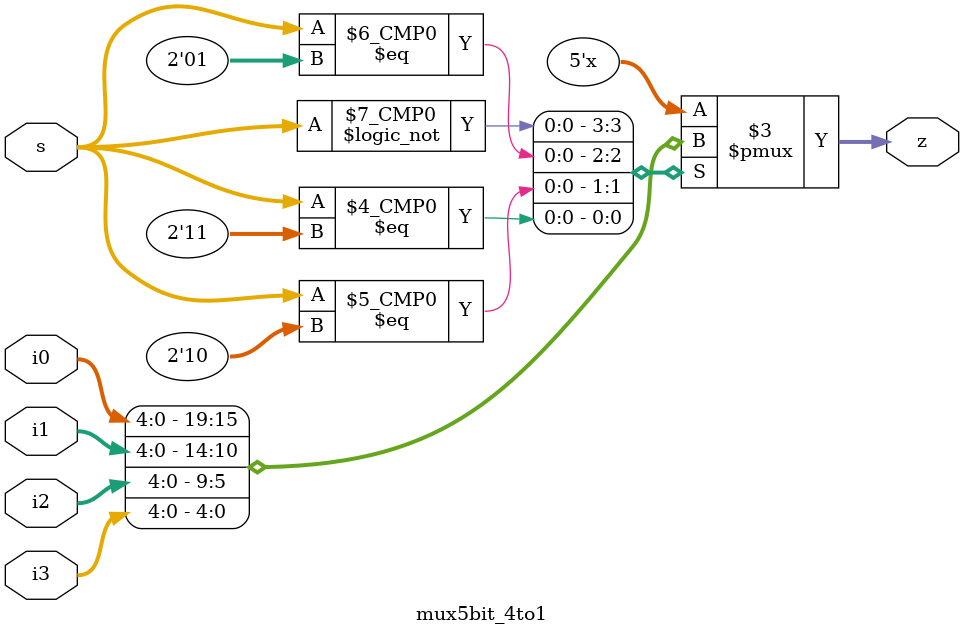
<source format=v>
module mux5bit_4to1 (
  input [4:0] i0, i1, i2, i3,
  input [1:0] s ,
  output [4:0] z
);
  
  reg [4:0] z;

  initial z = 0;

  always @(*) begin
      case(s)
        2'b00 : z = i0;
        2'b01 : z = i1;
        2'b10 : z = i2;
        2'b11 : z = i3;
      endcase
  end

endmodule

</source>
